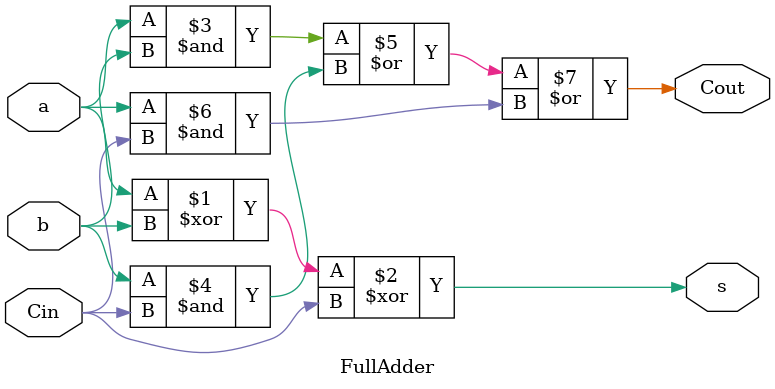
<source format=v>
`timescale 1ns / 1ps

module FullAdder(
    input a, b, Cin,
    output s, Cout
);
    assign s = a ^ b ^ Cin;
    assign Cout = (a & b) | (b & Cin) | (a & Cin);
endmodule

</source>
